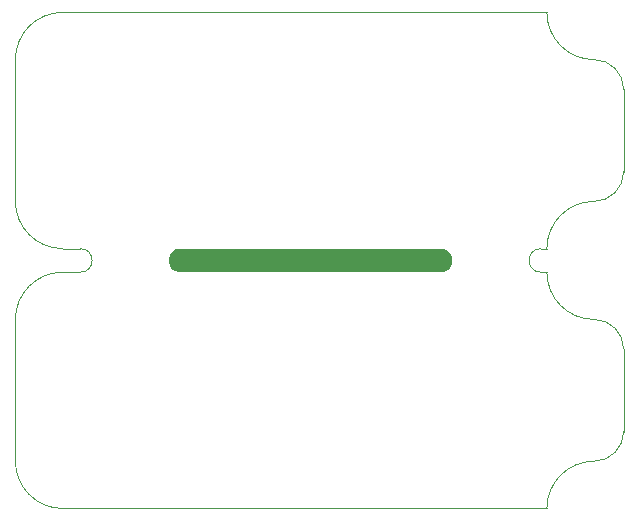
<source format=gbr>
G04*
G04 #@! TF.GenerationSoftware,Altium Limited,Altium Designer,24.9.1 (31)*
G04*
G04 Layer_Color=0*
%FSLAX44Y44*%
%MOMM*%
G71*
G04*
G04 #@! TF.SameCoordinates,4108D936-EA1F-4614-87FC-E1DBC89B4A7E*
G04*
G04*
G04 #@! TF.FilePolarity,Positive*
G04*
G01*
G75*
%ADD87C,0.0254*%
G36*
X-140000Y-125004D02*
X-141317D01*
X-143861Y-124322D01*
X-146143Y-123005D01*
X-148005Y-121143D01*
X-149322Y-118861D01*
X-150004Y-116317D01*
Y-113683D01*
X-149322Y-111139D01*
X-148005Y-108857D01*
X-146143Y-106995D01*
X-143861Y-105678D01*
X-141317Y-104996D01*
X-140000D01*
D01*
X80000D01*
X80985D01*
X82918Y-105381D01*
X84739Y-106135D01*
X86377Y-107229D01*
X87771Y-108623D01*
X88865Y-110261D01*
X89619Y-112082D01*
X90004Y-114015D01*
Y-115000D01*
Y-115985D01*
X89619Y-117918D01*
X88865Y-119739D01*
X87771Y-121377D01*
X86377Y-122771D01*
X84739Y-123865D01*
X82918Y-124619D01*
X80985Y-125004D01*
X80000D01*
D01*
X-140000D01*
D02*
G37*
D87*
X-240000Y-325000D02*
G02*
X-280000Y-285000I0J40000D01*
G01*
X-280000Y-165000D01*
D02*
G02*
X-240000Y-125000I40000J0D01*
G01*
X-225000Y-125000D01*
D02*
G03*
X-225000Y-105000I0J10000D01*
G01*
X-240000D01*
D02*
G02*
X-280000Y-65000I0J40000D01*
G01*
X-280000Y55000D01*
D02*
G02*
X-240000Y95000I40000J0D01*
G01*
X170000Y95000D01*
D02*
G03*
X210000Y55000I40000J0D01*
G01*
D02*
G02*
X235000Y30000I0J-25000D01*
G01*
Y-40000D01*
D02*
G02*
X210000Y-65000I-25000J0D01*
G01*
D02*
G03*
X170000Y-105000I0J-40000D01*
G01*
X165000Y-105000D01*
D02*
G03*
X165000Y-125000I0J-10000D01*
G01*
X170000D01*
D02*
G03*
X210000Y-165000I40000J0D01*
G01*
D02*
G02*
X235000Y-190000I0J-25000D01*
G01*
Y-260000D01*
D02*
G02*
X210000Y-285000I-25000J0D01*
G01*
D02*
G03*
X170000Y-325000I0J-40000D01*
G01*
X-240000Y-325000D01*
M02*

</source>
